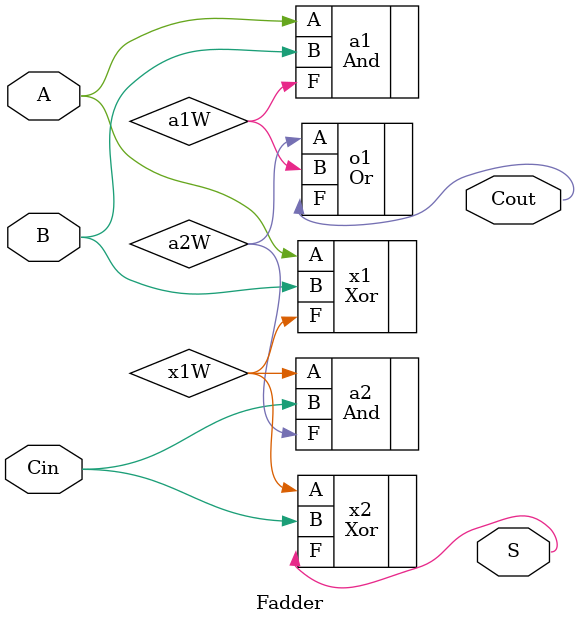
<source format=v>
module Fadder(input A,B, Cin, output S , Cout);

    wire x1W,a1W,a2W;
    Xor  x1(.A(A),.B(B),.F(x1W));
    And a1(.A(A),.B(B),.F(a1W));
    Xor  x2(.A(x1W),.B(Cin),.F(S));
    And a2(.A(x1W),.B(Cin),.F(a2W));
    Or o1(.A(a2W),.B(a1W),.F(Cout));


endmodule

</source>
